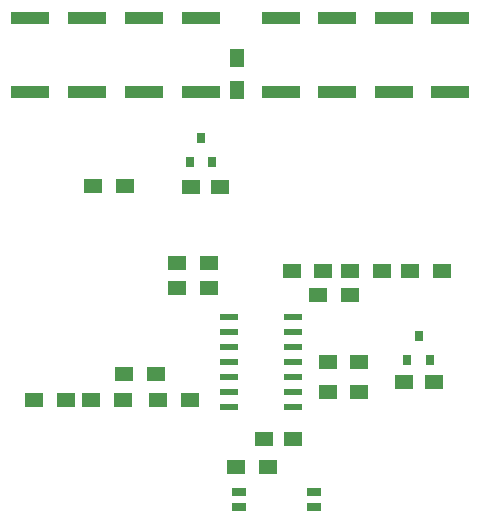
<source format=gbr>
G04 #@! TF.GenerationSoftware,KiCad,Pcbnew,(5.1.0)-1*
G04 #@! TF.CreationDate,2019-04-18T12:11:20+01:00*
G04 #@! TF.ProjectId,v4,76342e6b-6963-4616-945f-706362585858,rev?*
G04 #@! TF.SameCoordinates,Original*
G04 #@! TF.FileFunction,Paste,Top*
G04 #@! TF.FilePolarity,Positive*
%FSLAX46Y46*%
G04 Gerber Fmt 4.6, Leading zero omitted, Abs format (unit mm)*
G04 Created by KiCad (PCBNEW (5.1.0)-1) date 2019-04-18 12:11:20*
%MOMM*%
%LPD*%
G04 APERTURE LIST*
%ADD10R,1.500000X1.250000*%
%ADD11R,1.500000X1.300000*%
%ADD12R,1.500000X0.600000*%
%ADD13R,1.300000X0.800000*%
%ADD14R,0.800000X0.900000*%
%ADD15R,1.300000X1.500000*%
%ADD16R,3.200000X1.000000*%
G04 APERTURE END LIST*
D10*
X67380800Y-75438000D03*
X69880800Y-75438000D03*
D11*
X66214000Y-84023200D03*
X68914000Y-84023200D03*
X80844400Y-82550000D03*
X83544400Y-82550000D03*
D10*
X76055200Y-96824800D03*
X73555200Y-96824800D03*
D11*
X81664800Y-90322400D03*
X78964800Y-90322400D03*
D12*
X76055200Y-94132400D03*
X76055200Y-92862400D03*
X76055200Y-91592400D03*
X76055200Y-90322400D03*
X76055200Y-89052400D03*
X76055200Y-87782400D03*
X76055200Y-86512400D03*
X70655200Y-86512400D03*
X70655200Y-87782400D03*
X70655200Y-89052400D03*
X70655200Y-90322400D03*
X70655200Y-91592400D03*
X70655200Y-92862400D03*
X70655200Y-94132400D03*
D10*
X85465600Y-91948000D03*
X87965600Y-91948000D03*
D11*
X64588400Y-93522800D03*
X67288400Y-93522800D03*
X64443600Y-91338400D03*
X61743600Y-91338400D03*
X61649600Y-93522800D03*
X58949600Y-93522800D03*
X73892400Y-99212400D03*
X71192400Y-99212400D03*
X66214000Y-81889600D03*
X68914000Y-81889600D03*
X56823600Y-93522800D03*
X54123600Y-93522800D03*
X80852000Y-84582000D03*
X78152000Y-84582000D03*
D13*
X77775200Y-102544800D03*
X77775200Y-101264800D03*
X71475200Y-101264800D03*
X71475200Y-102544800D03*
D14*
X85714800Y-90103200D03*
X87614800Y-90103200D03*
X86664800Y-88103200D03*
D11*
X85924400Y-82550000D03*
X88624400Y-82550000D03*
X75916800Y-82550000D03*
X78616800Y-82550000D03*
D14*
X67274400Y-73325600D03*
X69174400Y-73325600D03*
X68224400Y-71325600D03*
D15*
X71323200Y-64537600D03*
X71323200Y-67237600D03*
D11*
X59102000Y-75387200D03*
X61802000Y-75387200D03*
X78964800Y-92862400D03*
X81664800Y-92862400D03*
D16*
X89357200Y-67389200D03*
X89357200Y-61189200D03*
X53797200Y-67389200D03*
X53797200Y-61189200D03*
X84565066Y-61199200D03*
X84565066Y-67399200D03*
X58606266Y-61199200D03*
X58606266Y-67399200D03*
X79772933Y-67389200D03*
X79772933Y-61189200D03*
X63415332Y-67389200D03*
X63415332Y-61189200D03*
X74980800Y-61199200D03*
X74980800Y-67399200D03*
X68224400Y-61199200D03*
X68224400Y-67399200D03*
M02*

</source>
